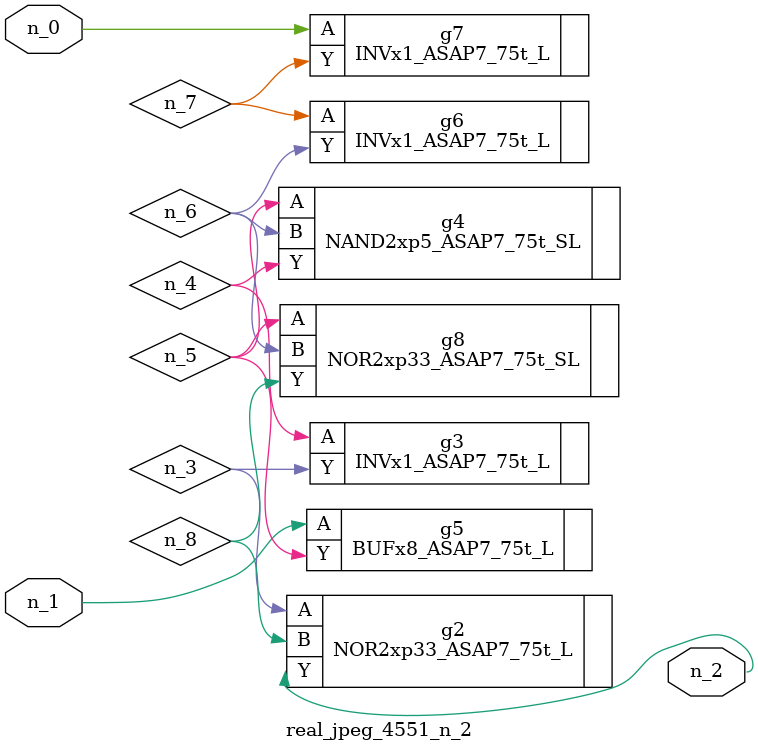
<source format=v>
module real_jpeg_4551_n_2 (n_1, n_0, n_2);

input n_1;
input n_0;

output n_2;

wire n_5;
wire n_8;
wire n_4;
wire n_6;
wire n_7;
wire n_3;

INVx1_ASAP7_75t_L g7 ( 
.A(n_0),
.Y(n_7)
);

BUFx8_ASAP7_75t_L g5 ( 
.A(n_1),
.Y(n_5)
);

NOR2xp33_ASAP7_75t_L g2 ( 
.A(n_3),
.B(n_8),
.Y(n_2)
);

INVx1_ASAP7_75t_L g3 ( 
.A(n_4),
.Y(n_3)
);

NAND2xp5_ASAP7_75t_SL g4 ( 
.A(n_5),
.B(n_6),
.Y(n_4)
);

NOR2xp33_ASAP7_75t_SL g8 ( 
.A(n_5),
.B(n_6),
.Y(n_8)
);

INVx1_ASAP7_75t_L g6 ( 
.A(n_7),
.Y(n_6)
);


endmodule
</source>
